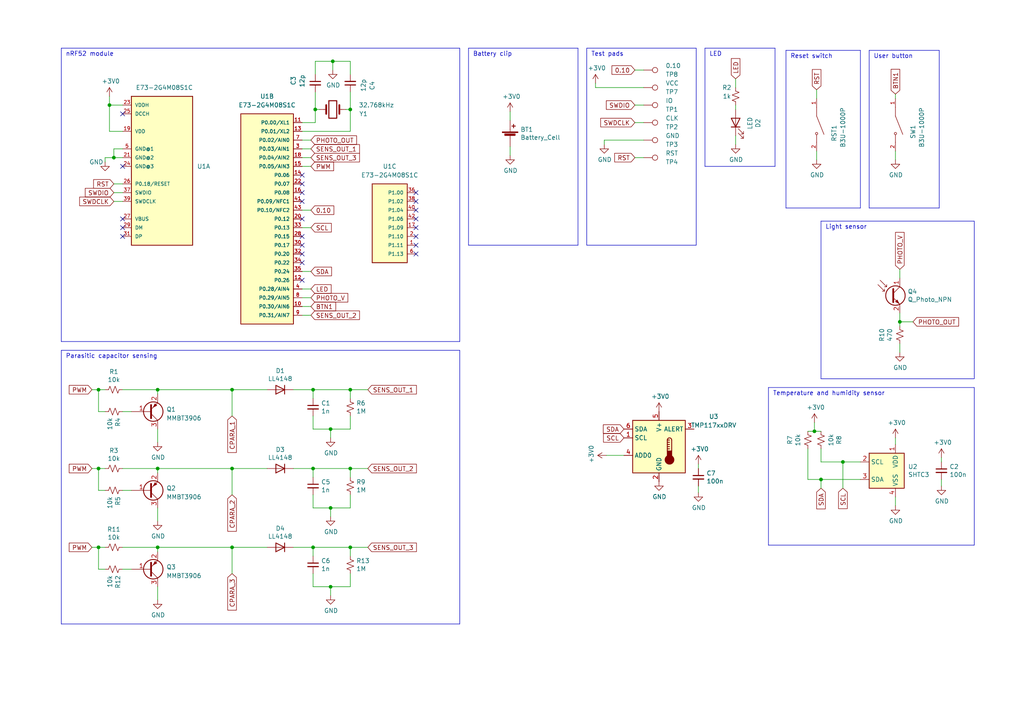
<source format=kicad_sch>
(kicad_sch (version 20230121) (generator eeschema)
  (paper "A4")
  (title_block (title "b-parasite") (date "2023-03-19") (rev "2.0.0") (comment 1 "rbaron.net"))
  (lib_symbols
    (symbol "B3U-1000P:B3U-1000P" (pin_names (offset 1.016) hide)
      (property "Reference" "S" (at -2.54 2.54 0))
      (property "Value" "B3U-1000P" (at -2.54 -2.54 0))
      (symbol "B3U-1000P_0_0"
        (polyline (pts (xy -2.54 0) (xy -5.08 0)) (stroke (width 0.1524)))
        (polyline (pts (xy -2.54 0) (xy 2.794 2.1336)) (stroke (width 0.1524)))
        (polyline (pts (xy 5.08 0) (xy 2.921 0)) (stroke (width 0.1524)))
        (circle (center 2.54 0) (radius 0.3302) (stroke (width 0.1524)))
        (pin passive line (at -7.62 0 0) (length 2.54) (name "~") (number "1"))
        (pin passive line (at 7.62 0 180) (length 2.54) (name "~") (number "2"))
      )
    )
    (symbol "Connector:TestPoint" (pin_numbers hide) (pin_names (offset 0.762) hide)
      (property "Reference" "TP" (at 0 6.858 0))
      (property "Value" "TestPoint" (at 0 5.08 0))
      (symbol "TestPoint_0_1"
        (circle (center 0 3.302) (radius 0.762))
      )
      (symbol "TestPoint_1_1"
        (pin passive line (at 0 0 90) (length 2.54) (name "1") (number "1"))
      )
    )
    (symbol "Device:Battery_Cell" (pin_numbers hide) (pin_names (offset 0) hide)
      (property "Reference" "BT" (at 2.54 2.54 0))
      (property "Value" "Battery_Cell" (at 2.54 0 0))
      (symbol "Battery_Cell_0_1"
        (rectangle (start -2.286 1.778) (end 2.286 1.524) (fill (type outline)))
        (rectangle (start -1.5748 1.1938) (end 1.4732 0.6858) (fill (type outline)))
        (polyline (pts (xy 0 0.762) (xy 0 0)))
        (polyline (pts (xy 0 1.778) (xy 0 2.54)))
        (polyline (pts (xy 0.508 3.429) (xy 1.524 3.429)) (stroke (width 0.254)))
        (polyline (pts (xy 1.016 3.937) (xy 1.016 2.921)) (stroke (width 0.254)))
      )
      (symbol "Battery_Cell_1_1"
        (pin passive line (at 0 5.08 270) (length 2.54) (name "+") (number "1"))
        (pin passive line (at 0 -2.54 90) (length 2.54) (name "-") (number "2"))
      )
    )
    (symbol "Device:C_Small" (pin_numbers hide) (pin_names (offset 0.254) hide)
      (property "Reference" "C" (at 0.254 1.778 0))
      (property "Value" "C_Small" (at 0.254 -2.032 0))
      (symbol "C_Small_0_1"
        (polyline (pts (xy -1.524 -0.508) (xy 1.524 -0.508)) (stroke (width 0.3302)))
        (polyline (pts (xy -1.524 0.508) (xy 1.524 0.508)) (stroke (width 0.3048)))
      )
      (symbol "C_Small_1_1"
        (pin passive line (at 0 2.54 270) (length 2.032) (name "~") (number "1"))
        (pin passive line (at 0 -2.54 90) (length 2.032) (name "~") (number "2"))
      )
    )
    (symbol "Device:Crystal" (pin_numbers hide) (pin_names (offset 1.016) hide)
      (property "Reference" "Y" (at 0 3.81 0))
      (property "Value" "Crystal" (at 0 -3.81 0))
      (symbol "Crystal_0_1"
        (rectangle (start -1.143 2.54) (end 1.143 -2.54) (stroke (width 0.3048)))
        (polyline (pts (xy -2.54 0) (xy -1.905 0)))
        (polyline (pts (xy -1.905 -1.27) (xy -1.905 1.27)) (stroke (width 0.508)))
        (polyline (pts (xy 1.905 -1.27) (xy 1.905 1.27)) (stroke (width 0.508)))
        (polyline (pts (xy 2.54 0) (xy 1.905 0)))
      )
      (symbol "Crystal_1_1"
        (pin passive line (at -3.81 0 0) (length 1.27) (name "1") (number "1"))
        (pin passive line (at 3.81 0 180) (length 1.27) (name "2") (number "2"))
      )
    )
    (symbol "Device:LED" (pin_numbers hide) (pin_names (offset 1.016) hide)
      (property "Reference" "D" (at 0 2.54 0))
      (property "Value" "LED" (at 0 -2.54 0))
      (symbol "LED_0_1"
        (polyline (pts (xy -1.27 -1.27) (xy -1.27 1.27)) (stroke (width 0.254)))
        (polyline (pts (xy -1.27 0) (xy 1.27 0)))
        (polyline (pts (xy 1.27 -1.27) (xy 1.27 1.27) (xy -1.27 0) (xy 1.27 -1.27)) (stroke (width 0.254)))
        (polyline (pts (xy -3.048 -0.762) (xy -4.572 -2.286) (xy -3.81 -2.286) (xy -4.572 -2.286) (xy -4.572 -1.524)))
        (polyline (pts (xy -1.778 -0.762) (xy -3.302 -2.286) (xy -2.54 -2.286) (xy -3.302 -2.286) (xy -3.302 -1.524)))
      )
      (symbol "LED_1_1"
        (pin passive line (at -3.81 0 0) (length 2.54) (name "K") (number "1"))
        (pin passive line (at 3.81 0 180) (length 2.54) (name "A") (number "2"))
      )
    )
    (symbol "Device:Q_Photo_NPN" (pin_names (offset 0) hide)
      (property "Reference" "Q" (at 5.08 1.27 0))
      (property "Value" "Q_Photo_NPN" (at 5.08 -1.27 0))
      (symbol "Q_Photo_NPN_0_1"
        (polyline (pts (xy -1.905 1.27) (xy -2.54 1.27)))
        (polyline (pts (xy -1.27 2.54) (xy -1.905 2.54)))
        (polyline (pts (xy 0.635 0.635) (xy 2.54 2.54)))
        (polyline (pts (xy -3.81 3.175) (xy -1.905 1.27) (xy -1.905 1.905)))
        (polyline (pts (xy -3.175 4.445) (xy -1.27 2.54) (xy -1.27 3.175)))
        (polyline (pts (xy 0.635 -0.635) (xy 2.54 -2.54) (xy 2.54 -2.54)))
        (polyline (pts (xy 0.635 1.905) (xy 0.635 -1.905) (xy 0.635 -1.905)) (stroke (width 0.508)))
        (polyline (pts (xy 1.27 -1.778) (xy 1.778 -1.27) (xy 2.286 -2.286) (xy 1.27 -1.778) (xy 1.27 -1.778)) (fill (type outline)))
        (circle (center 1.27 0) (radius 2.8194) (stroke (width 0.254)))
      )
      (symbol "Q_Photo_NPN_1_1"
        (pin passive line (at 2.54 5.08 270) (length 2.54) (name "C") (number "1"))
        (pin passive line (at 2.54 -5.08 90) (length 2.54) (name "E") (number "2"))
      )
    )
    (symbol "Device:R_Small_US" (pin_numbers hide) (pin_names (offset 0.254) hide)
      (property "Reference" "R" (at 0.762 0.508 0))
      (property "Value" "R_Small_US" (at 0.762 -1.016 0))
      (symbol "R_Small_US_1_1"
        (polyline (pts (xy 0 0) (xy 1.016 -0.381) (xy 0 -0.762) (xy -1.016 -1.143) (xy 0 -1.524)))
        (polyline (pts (xy 0 1.524) (xy 1.016 1.143) (xy 0 0.762) (xy -1.016 0.381) (xy 0 0)))
        (pin passive line (at 0 2.54 270) (length 1.016) (name "~") (number "1"))
        (pin passive line (at 0 -2.54 90) (length 1.016) (name "~") (number "2"))
      )
    )
    (symbol "Diode:LL4148" (pin_numbers hide) (pin_names (offset 1.016) hide)
      (property "Reference" "D" (at 0 2.54 0))
      (property "Value" "LL4148" (at 0 -2.54 0))
      (symbol "LL4148_0_1"
        (polyline (pts (xy -1.27 1.27) (xy -1.27 -1.27)) (stroke (width 0.254)))
        (polyline (pts (xy 1.27 0) (xy -1.27 0)))
        (polyline (pts (xy 1.27 1.27) (xy 1.27 -1.27) (xy -1.27 0) (xy 1.27 1.27)) (stroke (width 0.254)))
      )
      (symbol "LL4148_1_1"
        (pin passive line (at -3.81 0 0) (length 2.54) (name "K") (number "1"))
        (pin passive line (at 3.81 0 180) (length 2.54) (name "A") (number "2"))
      )
    )
    (symbol "E73:E73-2G4M08S1C" (pin_names (offset 1.016))
      (property "Reference" "U" (at -15.24 20.32 0))
      (property "Value" "E73-2G4M08S1C" (at -15.24 -25.4 0))
      (symbol "E73-2G4M08S1C_1_0"
        (rectangle (start -15.24 -22.86) (end 2.54 20.32) (stroke (width 0.254)) (fill (type background)))
        (pin bidirectional line (at -17.78 10.16 0) (length 2.54) (name "VDD") (number "19"))
        (pin bidirectional line (at -17.78 2.54 0) (length 2.54) (name "GND@2") (number "21"))
        (pin bidirectional line (at -17.78 17.78 0) (length 2.54) (name "VDDH") (number "23"))
        (pin bidirectional line (at -17.78 0 0) (length 2.54) (name "GND@3") (number "24"))
        (pin bidirectional line (at -17.78 15.24 0) (length 2.54) (name "DCCH") (number "25"))
        (pin bidirectional line (at -17.78 -5.08 0) (length 2.54) (name "P0.18/RESET") (number "26"))
        (pin bidirectional line (at -17.78 -15.24 0) (length 2.54) (name "VBUS") (number "27"))
        (pin bidirectional line (at -17.78 -17.78 0) (length 2.54) (name "DM") (number "29"))
        (pin bidirectional line (at -17.78 -20.32 0) (length 2.54) (name "DP") (number "31"))
        (pin bidirectional line (at -17.78 -7.62 0) (length 2.54) (name "SWDIO") (number "37"))
        (pin bidirectional line (at -17.78 -10.16 0) (length 2.54) (name "SWDCLK") (number "39"))
        (pin bidirectional line (at -17.78 5.08 0) (length 2.54) (name "GND@1") (number "5"))
      )
      (symbol "E73-2G4M08S1C_2_0"
        (rectangle (start -5.08 -30.48) (end 10.16 30.48) (stroke (width 0.254)) (fill (type background)))
        (pin bidirectional line (at 12.7 -25.4 180) (length 2.54) (name "P0.30/AIN6") (number "10"))
        (pin bidirectional line (at 12.7 27.94 180) (length 2.54) (name "P0.00/XL1") (number "11"))
        (pin bidirectional line (at 12.7 -17.78 180) (length 2.54) (name "P0.26") (number "12"))
        (pin bidirectional line (at 12.7 25.4 180) (length 2.54) (name "P0.01/XL2") (number "13"))
        (pin bidirectional line (at 12.7 12.7 180) (length 2.54) (name "P0.06") (number "14"))
        (pin bidirectional line (at 12.7 15.24 180) (length 2.54) (name "P0.05/AIN3") (number "15"))
        (pin bidirectional line (at 12.7 7.62 180) (length 2.54) (name "P0.08") (number "16"))
        (pin bidirectional line (at 12.7 17.78 180) (length 2.54) (name "P0.04/AIN2") (number "18"))
        (pin bidirectional line (at 12.7 0 180) (length 2.54) (name "P0.12") (number "20"))
        (pin bidirectional line (at 12.7 10.16 180) (length 2.54) (name "P0.07") (number "22"))
        (pin bidirectional line (at 12.7 -5.08 180) (length 2.54) (name "P0.15") (number "28"))
        (pin bidirectional line (at 12.7 20.32 180) (length 2.54) (name "P0.03/AIN1") (number "3"))
        (pin bidirectional line (at 12.7 -7.62 180) (length 2.54) (name "P0.17") (number "30"))
        (pin bidirectional line (at 12.7 -10.16 180) (length 2.54) (name "P0.20") (number "32"))
        (pin bidirectional line (at 12.7 -2.54 180) (length 2.54) (name "P0.13") (number "33"))
        (pin bidirectional line (at 12.7 -12.7 180) (length 2.54) (name "P0.22") (number "34"))
        (pin bidirectional line (at 12.7 -15.24 180) (length 2.54) (name "P0.24") (number "35"))
        (pin bidirectional line (at 12.7 -20.32 180) (length 2.54) (name "P0.28/AIN4") (number "4"))
        (pin bidirectional line (at 12.7 5.08 180) (length 2.54) (name "P0.09/NFC1") (number "41"))
        (pin bidirectional line (at 12.7 2.54 180) (length 2.54) (name "P0.10/NFC2") (number "43"))
        (pin bidirectional line (at 12.7 22.86 180) (length 2.54) (name "P0.02/AIN0") (number "7"))
        (pin bidirectional line (at 12.7 -22.86 180) (length 2.54) (name "P0.29/AIN5") (number "8"))
        (pin bidirectional line (at 12.7 -27.94 180) (length 2.54) (name "P0.31/AIN7") (number "9"))
      )
      (symbol "E73-2G4M08S1C_3_0"
        (rectangle (start -2.54 -12.7) (end 7.62 10.16) (stroke (width 0.254)) (fill (type background)))
        (pin bidirectional line (at 10.16 -7.62 180) (length 2.54) (name "P1.11") (number "1"))
        (pin bidirectional line (at 10.16 -2.54 180) (length 2.54) (name "P1.09") (number "17"))
        (pin bidirectional line (at 10.16 -5.08 180) (length 2.54) (name "P1.10") (number "2"))
        (pin bidirectional line (at 10.16 7.62 180) (length 2.54) (name "P1.00") (number "36"))
        (pin bidirectional line (at 10.16 5.08 180) (length 2.54) (name "P1.02") (number "38"))
        (pin bidirectional line (at 10.16 2.54 180) (length 2.54) (name "P1.04") (number "40"))
        (pin bidirectional line (at 10.16 0 180) (length 2.54) (name "P1.06") (number "42"))
        (pin bidirectional line (at 10.16 -10.16 180) (length 2.54) (name "P1.13") (number "6"))
      )
    )
    (symbol "Sensor_Humidity:SHTC3"
      (property "Reference" "U" (at -3.81 6.35 0))
      (property "Value" "SHTC3" (at -2.54 -6.35 0))
      (symbol "SHTC3_1_1"
        (rectangle (start -5.08 5.08) (end 5.08 -5.08) (stroke (width 0.254)) (fill (type background)))
        (pin power_in line (at 2.54 7.62 270) (length 2.54) (name "VDD") (number "1"))
        (pin input line (at -7.62 2.54 0) (length 2.54) (name "SCL") (number "2"))
        (pin bidirectional line (at -7.62 -2.54 0) (length 2.54) (name "SDA") (number "3"))
        (pin power_in line (at 2.54 -7.62 90) (length 2.54) (name "VSS") (number "4"))
        (pin no_connect line (at 5.08 0 180) (length 2.54) hide (name "NC") (number "5"))
      )
    )
    (symbol "Sensor_Temperature:TMP117xxDRV"
      (property "Reference" "U" (at -2.54 10.795 0))
      (property "Value" "TMP117xxDRV" (at -2.54 8.89 0))
      (symbol "TMP117xxDRV_0_1"
        (rectangle (start -7.62 7.62) (end 7.62 -7.62) (stroke (width 0.254)) (fill (type background)))
      )
      (symbol "TMP117xxDRV_1_1"
        (polyline (pts (xy 2.413 -0.635) (xy 3.048 -0.635)) (stroke (width 0.254)))
        (polyline (pts (xy 2.413 0) (xy 3.048 0)) (stroke (width 0.254)))
        (polyline (pts (xy 2.413 0.635) (xy 3.048 0.635)) (stroke (width 0.254)))
        (polyline (pts (xy 2.413 1.27) (xy 3.048 1.27)) (stroke (width 0.254)))
        (polyline (pts (xy 2.413 1.905) (xy 2.413 -1.27)) (stroke (width 0.254)))
        (polyline (pts (xy 2.413 1.905) (xy 3.048 1.905)) (stroke (width 0.254)))
        (polyline (pts (xy 3.683 1.905) (xy 3.683 -1.27)) (stroke (width 0.254)))
        (circle (center 3.048 -3.81) (radius 1.27) (stroke (width 0.254)) (fill (type outline)))
        (rectangle (start 3.683 -3.175) (end 2.413 -1.27) (stroke (width 0.254)) (fill (type outline)))
        (arc (start 3.683 1.905) (mid 3.048 2.5373) (end 2.413 1.905) (stroke (width 0.254)))
        (pin input line (at -10.16 2.54 0) (length 2.54) (name "SCL") (number "1"))
        (pin power_in line (at 0 -10.16 90) (length 2.54) (name "GND") (number "2"))
        (pin open_collector line (at 10.16 5.08 180) (length 2.54) (name "ALERT") (number "3"))
        (pin input line (at -10.16 -2.54 0) (length 2.54) (name "ADD0") (number "4"))
        (pin power_in line (at 0 10.16 270) (length 2.54) (name "V+") (number "5"))
        (pin bidirectional line (at -10.16 5.08 0) (length 2.54) (name "SDA") (number "6"))
      )
    )
    (symbol "Transistor_BJT:MMBT3906" (pin_names (offset 0) hide)
      (property "Reference" "Q" (at 5.08 1.905 0))
      (property "Value" "MMBT3906" (at 5.08 0 0))
      (symbol "MMBT3906_0_1"
        (polyline (pts (xy 0.635 0.635) (xy 2.54 2.54)))
        (polyline (pts (xy 0.635 -0.635) (xy 2.54 -2.54) (xy 2.54 -2.54)))
        (polyline (pts (xy 0.635 1.905) (xy 0.635 -1.905) (xy 0.635 -1.905)) (stroke (width 0.508)))
        (polyline (pts (xy 2.286 -1.778) (xy 1.778 -2.286) (xy 1.27 -1.27) (xy 2.286 -1.778) (xy 2.286 -1.778)) (fill (type outline)))
        (circle (center 1.27 0) (radius 2.8194) (stroke (width 0.254)))
      )
      (symbol "MMBT3906_1_1"
        (pin input line (at -5.08 0 0) (length 5.715) (name "B") (number "1"))
        (pin passive line (at 2.54 -5.08 90) (length 2.54) (name "E") (number "2"))
        (pin passive line (at 2.54 5.08 270) (length 2.54) (name "C") (number "3"))
      )
    )
    (symbol "power:+3V0" (power) (pin_names (offset 0))
      (property "Value" "+3V0" (at 0 3.556 0))
      (symbol "+3V0_0_1"
        (polyline (pts (xy -0.762 1.27) (xy 0 2.54)))
        (polyline (pts (xy 0 0) (xy 0 2.54)))
        (polyline (pts (xy 0 2.54) (xy 0.762 1.27)))
      )
      (symbol "+3V0_1_1"
        (pin power_in line (at 0 0 90) (length 0) hide (name "+3V0") (number "1"))
      )
    )
    (symbol "power:GND" (power) (pin_names (offset 0))
      (property "Value" "GND" (at 0 -3.81 0))
      (symbol "GND_0_1"
        (polyline (pts (xy 0 0) (xy 0 -1.27) (xy 1.27 -1.27) (xy 0 -2.54) (xy -1.27 -1.27) (xy 0 -1.27)))
      )
      (symbol "GND_1_1"
        (pin power_in line (at 0 0 270) (length 0) hide (name "GND") (number "1"))
      )
    )
  )
  (junction (at 101.6 113.03))
  (junction (at 101.6 135.89))
  (junction (at 67.31 135.89))
  (junction (at 45.72 158.75))
  (junction (at 28.575 135.89))
  (junction (at 101.6 31.75))
  (junction (at 28.575 158.75))
  (junction (at 101.6 158.75))
  (junction (at 28.575 113.03))
  (junction (at 33.02 45.72))
  (junction (at 260.985 93.345))
  (junction (at 95.885 147.32))
  (junction (at 91.44 31.75))
  (junction (at 96.52 17.78))
  (junction (at 90.805 113.03))
  (junction (at 67.31 158.75))
  (junction (at 31.75 30.48))
  (junction (at 45.72 135.89))
  (junction (at 236.22 125.095))
  (junction (at 90.805 158.75))
  (junction (at 95.885 124.46))
  (junction (at 238.125 139.065))
  (junction (at 95.885 170.18))
  (junction (at 45.72 113.03))
  (junction (at 67.31 113.03))
  (junction (at 244.475 133.985))
  (junction (at 90.805 135.89))
  (no_connect (at 120.65 73.66))
  (no_connect (at 35.56 48.26))
  (no_connect (at 35.56 63.5))
  (no_connect (at 35.56 66.04))
  (no_connect (at 35.56 68.58))
  (no_connect (at 35.56 33.02))
  (no_connect (at 87.63 63.5))
  (no_connect (at 87.63 50.8))
  (no_connect (at 87.63 55.88))
  (no_connect (at 87.63 58.42))
  (no_connect (at 87.63 53.34))
  (no_connect (at 87.63 71.12))
  (no_connect (at 87.63 76.2))
  (no_connect (at 87.63 81.28))
  (no_connect (at 87.63 73.66))
  (no_connect (at 87.63 68.58))
  (no_connect (at 120.65 58.42))
  (no_connect (at 120.65 60.96))
  (no_connect (at 120.65 63.5))
  (no_connect (at 120.65 55.88))
  (no_connect (at 120.65 68.58))
  (no_connect (at 120.65 71.12))
  (no_connect (at 120.65 66.04))
  (polyline (pts (xy 133.35 135.89) (xy 133.35 180.975)))
  (wire (pts (xy 35.56 158.75) (xy 45.72 158.75)))
  (wire (pts (xy 101.6 135.89) (xy 101.6 138.43)))
  (wire (pts (xy 259.715 127) (xy 259.715 128.905)))
  (polyline (pts (xy 282.575 64.135) (xy 238.125 64.135)))
  (wire (pts (xy 101.6 147.32) (xy 101.6 143.51)))
  (wire (pts (xy 90.805 166.37) (xy 90.805 170.18)))
  (polyline (pts (xy 17.78 101.6) (xy 17.78 135.89)))
  (wire (pts (xy 28.575 142.24) (xy 28.575 135.89)))
  (wire (pts (xy 28.575 135.89) (xy 30.48 135.89)))
  (polyline (pts (xy 282.575 158.115) (xy 222.885 158.115)))
  (wire (pts (xy 90.805 135.89) (xy 101.6 135.89)))
  (wire (pts (xy 238.125 130.175) (xy 238.125 133.985)))
  (wire (pts (xy 202.565 140.97) (xy 202.565 142.875)))
  (polyline (pts (xy 238.125 64.135) (xy 238.125 109.855)))
  (wire (pts (xy 30.48 46.99) (xy 30.48 45.72)))
  (wire (pts (xy 90.805 115.57) (xy 90.805 113.03)))
  (wire (pts (xy 175.895 132.08) (xy 180.975 132.08)))
  (wire (pts (xy 96.52 17.78) (xy 96.52 20.32)))
  (wire (pts (xy 260.985 93.345) (xy 260.985 94.615)))
  (wire (pts (xy 45.72 113.03) (xy 45.72 114.3)))
  (wire (pts (xy 260.985 78.105) (xy 260.985 80.645)))
  (wire (pts (xy 30.48 165.1) (xy 28.575 165.1)))
  (polyline (pts (xy 282.575 64.135) (xy 282.575 109.855)))
  (wire (pts (xy 85.09 113.03) (xy 90.805 113.03)))
  (wire (pts (xy 184.15 45.72) (xy 186.69 45.72)))
  (wire (pts (xy 35.56 142.24) (xy 38.1 142.24)))
  (polyline (pts (xy 204.47 48.26) (xy 224.79 48.26)))
  (wire (pts (xy 28.575 165.1) (xy 28.575 158.75)))
  (wire (pts (xy 101.6 158.75) (xy 101.6 161.29)))
  (polyline (pts (xy 135.89 13.97) (xy 135.89 71.12)))
  (polyline (pts (xy 227.965 14.605) (xy 227.965 60.325)))
  (polyline (pts (xy 17.78 99.06) (xy 17.78 13.97)))
  (wire (pts (xy 87.63 40.64) (xy 90.17 40.64)))
  (wire (pts (xy 260.985 93.345) (xy 264.795 93.345)))
  (wire (pts (xy 35.56 38.1) (xy 31.75 38.1)))
  (wire (pts (xy 90.805 143.51) (xy 90.805 147.32)))
  (wire (pts (xy 244.475 133.985) (xy 238.125 133.985)))
  (wire (pts (xy 90.805 161.29) (xy 90.805 158.75)))
  (wire (pts (xy 95.885 147.32) (xy 95.885 149.86)))
  (wire (pts (xy 31.75 30.48) (xy 31.75 38.1)))
  (wire (pts (xy 87.63 83.82) (xy 90.17 83.82)))
  (wire (pts (xy 45.72 158.75) (xy 45.72 160.02)))
  (wire (pts (xy 33.02 43.18) (xy 35.56 43.18)))
  (wire (pts (xy 67.31 158.75) (xy 77.47 158.75)))
  (wire (pts (xy 45.72 135.89) (xy 67.31 135.89)))
  (wire (pts (xy 259.715 27.305) (xy 259.715 28.575)))
  (wire (pts (xy 147.955 32.385) (xy 147.955 34.925)))
  (polyline (pts (xy 170.18 13.97) (xy 170.18 71.12)))
  (wire (pts (xy 33.02 58.42) (xy 35.56 58.42)))
  (wire (pts (xy 90.805 113.03) (xy 101.6 113.03)))
  (wire (pts (xy 101.6 170.18) (xy 101.6 166.37)))
  (wire (pts (xy 87.63 45.72) (xy 90.17 45.72)))
  (wire (pts (xy 184.15 30.48) (xy 186.69 30.48)))
  (polyline (pts (xy 282.575 112.395) (xy 282.575 158.115)))
  (wire (pts (xy 31.75 30.48) (xy 35.56 30.48)))
  (wire (pts (xy 87.63 91.44) (xy 90.17 91.44)))
  (wire (pts (xy 213.36 22.86) (xy 213.36 25.4)))
  (wire (pts (xy 67.31 158.75) (xy 67.31 166.37)))
  (wire (pts (xy 87.63 66.04) (xy 90.17 66.04)))
  (wire (pts (xy 238.125 139.065) (xy 238.125 141.605)))
  (wire (pts (xy 213.36 39.37) (xy 213.36 41.91)))
  (wire (pts (xy 33.02 45.72) (xy 33.02 43.18)))
  (polyline (pts (xy 167.64 13.97) (xy 135.89 13.97)))
  (wire (pts (xy 87.63 88.9) (xy 90.17 88.9)))
  (wire (pts (xy 236.855 43.815) (xy 236.855 46.355)))
  (wire (pts (xy 30.48 45.72) (xy 33.02 45.72)))
  (wire (pts (xy 213.36 30.48) (xy 213.36 31.75)))
  (wire (pts (xy 175.26 40.64) (xy 186.69 40.64)))
  (wire (pts (xy 28.575 119.38) (xy 28.575 113.03)))
  (polyline (pts (xy 222.885 112.395) (xy 222.885 158.115)))
  (wire (pts (xy 236.22 125.095) (xy 238.125 125.095)))
  (wire (pts (xy 91.44 21.59) (xy 91.44 17.78)))
  (polyline (pts (xy 224.79 13.97) (xy 204.47 13.97)))
  (polyline (pts (xy 204.47 13.97) (xy 204.47 48.26)))
  (wire (pts (xy 95.885 147.32) (xy 90.805 147.32)))
  (wire (pts (xy 101.6 31.75) (xy 101.6 38.1)))
  (polyline (pts (xy 167.64 71.12) (xy 167.64 13.97)))
  (wire (pts (xy 90.805 138.43) (xy 90.805 135.89)))
  (polyline (pts (xy 133.35 180.975) (xy 17.78 180.975)))
  (wire (pts (xy 67.31 113.03) (xy 67.31 120.65)))
  (wire (pts (xy 96.52 17.78) (xy 101.6 17.78)))
  (wire (pts (xy 101.6 113.03) (xy 101.6 115.57)))
  (wire (pts (xy 101.6 113.03) (xy 106.68 113.03)))
  (wire (pts (xy 45.72 147.32) (xy 45.72 151.13)))
  (wire (pts (xy 45.72 170.18) (xy 45.72 173.99)))
  (wire (pts (xy 87.63 86.36) (xy 90.17 86.36)))
  (wire (pts (xy 45.72 158.75) (xy 67.31 158.75)))
  (wire (pts (xy 91.44 31.75) (xy 92.71 31.75)))
  (wire (pts (xy 35.56 135.89) (xy 45.72 135.89)))
  (wire (pts (xy 67.31 113.03) (xy 77.47 113.03)))
  (wire (pts (xy 95.885 170.18) (xy 95.885 172.72)))
  (wire (pts (xy 184.15 20.32) (xy 186.69 20.32)))
  (polyline (pts (xy 17.78 180.975) (xy 17.78 135.89)))
  (polyline (pts (xy 133.35 101.6) (xy 102.87 101.6)))
  (wire (pts (xy 236.855 26.035) (xy 236.855 28.575)))
  (polyline (pts (xy 170.18 13.97) (xy 201.93 13.97)))
  (wire (pts (xy 28.575 158.75) (xy 30.48 158.75)))
  (wire (pts (xy 26.67 135.89) (xy 28.575 135.89)))
  (polyline (pts (xy 17.78 99.06) (xy 133.35 99.06)))
  (wire (pts (xy 236.22 125.095) (xy 236.22 122.555)))
  (wire (pts (xy 259.715 43.815) (xy 259.715 46.355)))
  (wire (pts (xy 87.63 43.18) (xy 90.17 43.18)))
  (wire (pts (xy 30.48 142.24) (xy 28.575 142.24)))
  (wire (pts (xy 87.63 78.74) (xy 90.17 78.74)))
  (wire (pts (xy 35.56 113.03) (xy 45.72 113.03)))
  (wire (pts (xy 35.56 165.1) (xy 38.1 165.1)))
  (wire (pts (xy 184.15 35.56) (xy 186.69 35.56)))
  (wire (pts (xy 101.6 158.75) (xy 106.68 158.75)))
  (wire (pts (xy 33.02 53.34) (xy 35.56 53.34)))
  (wire (pts (xy 28.575 113.03) (xy 30.48 113.03)))
  (wire (pts (xy 101.6 147.32) (xy 95.885 147.32)))
  (wire (pts (xy 95.885 124.46) (xy 95.885 127)))
  (wire (pts (xy 172.72 25.4) (xy 172.72 24.13)))
  (wire (pts (xy 91.44 35.56) (xy 91.44 31.75)))
  (polyline (pts (xy 282.575 112.395) (xy 222.885 112.395)))
  (wire (pts (xy 238.125 139.065) (xy 234.315 139.065)))
  (wire (pts (xy 87.63 48.26) (xy 90.17 48.26)))
  (polyline (pts (xy 227.965 14.605) (xy 249.555 14.605)))
  (wire (pts (xy 91.44 17.78) (xy 96.52 17.78)))
  (polyline (pts (xy 133.35 135.89) (xy 133.35 101.6)))
  (wire (pts (xy 45.72 124.46) (xy 45.72 128.27)))
  (polyline (pts (xy 272.415 60.325) (xy 272.415 14.605)))
  (wire (pts (xy 202.565 135.89) (xy 202.565 134.62)))
  (wire (pts (xy 90.805 120.65) (xy 90.805 124.46)))
  (wire (pts (xy 101.6 170.18) (xy 95.885 170.18)))
  (wire (pts (xy 33.02 45.72) (xy 35.56 45.72)))
  (wire (pts (xy 87.63 60.96) (xy 90.17 60.96)))
  (polyline (pts (xy 135.89 71.12) (xy 167.64 71.12)))
  (wire (pts (xy 67.31 135.89) (xy 67.31 143.51)))
  (polyline (pts (xy 133.35 13.97) (xy 133.35 99.06)))
  (wire (pts (xy 26.67 158.75) (xy 28.575 158.75)))
  (polyline (pts (xy 17.78 13.97) (xy 133.35 13.97)))
  (wire (pts (xy 260.985 90.805) (xy 260.985 93.345)))
  (wire (pts (xy 249.555 133.985) (xy 244.475 133.985)))
  (polyline (pts (xy 17.78 101.6) (xy 102.87 101.6)))
  (wire (pts (xy 260.985 99.695) (xy 260.985 102.235)))
  (wire (pts (xy 95.885 124.46) (xy 90.805 124.46)))
  (polyline (pts (xy 252.095 14.605) (xy 252.095 60.325)))
  (wire (pts (xy 87.63 35.56) (xy 91.44 35.56)))
  (wire (pts (xy 273.05 139.065) (xy 273.05 140.97)))
  (wire (pts (xy 26.67 113.03) (xy 28.575 113.03)))
  (polyline (pts (xy 249.555 60.325) (xy 227.965 60.325)))
  (polyline (pts (xy 238.125 109.855) (xy 282.575 109.855)))
  (wire (pts (xy 244.475 133.985) (xy 244.475 141.605)))
  (wire (pts (xy 101.6 124.46) (xy 95.885 124.46)))
  (wire (pts (xy 101.6 17.78) (xy 101.6 21.59)))
  (wire (pts (xy 35.56 119.38) (xy 38.1 119.38)))
  (wire (pts (xy 85.09 135.89) (xy 90.805 135.89)))
  (wire (pts (xy 100.33 31.75) (xy 101.6 31.75)))
  (wire (pts (xy 147.955 42.545) (xy 147.955 45.085)))
  (wire (pts (xy 101.6 26.67) (xy 101.6 31.75)))
  (wire (pts (xy 234.315 125.095) (xy 236.22 125.095)))
  (wire (pts (xy 85.09 158.75) (xy 90.805 158.75)))
  (wire (pts (xy 91.44 26.67) (xy 91.44 31.75)))
  (wire (pts (xy 30.48 119.38) (xy 28.575 119.38)))
  (polyline (pts (xy 252.095 60.325) (xy 272.415 60.325)))
  (wire (pts (xy 273.05 133.985) (xy 273.05 132.715)))
  (polyline (pts (xy 201.93 71.12) (xy 201.93 13.97)))
  (wire (pts (xy 234.315 130.175) (xy 234.315 139.065)))
  (wire (pts (xy 249.555 139.065) (xy 238.125 139.065)))
  (wire (pts (xy 95.885 170.18) (xy 90.805 170.18)))
  (wire (pts (xy 175.26 41.91) (xy 175.26 40.64)))
  (wire (pts (xy 172.72 25.4) (xy 186.69 25.4)))
  (wire (pts (xy 31.75 27.94) (xy 31.75 30.48)))
  (polyline (pts (xy 170.18 71.12) (xy 201.93 71.12)))
  (wire (pts (xy 101.6 124.46) (xy 101.6 120.65)))
  (polyline (pts (xy 224.79 13.97) (xy 224.79 48.26)))
  (wire (pts (xy 67.31 135.89) (xy 77.47 135.89)))
  (wire (pts (xy 87.63 38.1) (xy 101.6 38.1)))
  (polyline (pts (xy 249.555 14.605) (xy 249.555 60.325)))
  (wire (pts (xy 101.6 135.89) (xy 106.68 135.89)))
  (wire (pts (xy 45.72 135.89) (xy 45.72 137.16)))
  (wire (pts (xy 90.805 158.75) (xy 101.6 158.75)))
  (wire (pts (xy 33.02 55.88) (xy 35.56 55.88)))
  (polyline (pts (xy 252.095 14.605) (xy 272.415 14.605)))
  (wire (pts (xy 259.715 144.145) (xy 259.715 146.685)))
  (wire (pts (xy 45.72 113.03) (xy 67.31 113.03)))
  (text "Temperature and humidity sensor" (at 224.155 114.935 0) (effects (font (size 1.27 1.27)) (justify left bottom)))
  (text "LED" (at 205.74 16.51 0) (effects (font (size 1.27 1.27)) (justify left bottom)))
  (text "nRF52 module" (at 19.05 16.51 0) (effects (font (size 1.27 1.27)) (justify left bottom)))
  (text "Parasitic capacitor sensing" (at 19.05 104.14 0) (effects (font (size 1.27 1.27)) (justify left bottom)))
  (text "Test pads" (at 171.45 16.51 0) (effects (font (size 1.27 1.27)) (justify left bottom)))
  (text "Light sensor" (at 239.395 66.675 0) (effects (font (size 1.27 1.27)) (justify left bottom)))
  (text "Reset switch" (at 229.235 17.145 0) (effects (font (size 1.27 1.27)) (justify left bottom)))
  (text "User button" (at 253.365 17.145 0) (effects (font (size 1.27 1.27)) (justify left bottom)))
  (text "Battery clip" (at 137.16 16.51 0) (effects (font (size 1.27 1.27)) (justify left bottom)))
  (global_label "SWDIO" (shape input) (at 33.02 55.88 180) (property "Intersheetrefs" "${INTERSHEET_REFS}" (effects hide)))
  (global_label "0.10" (shape input) (at 184.15 20.32 180) (property "Intersheetrefs" "${INTERSHEET_REFS}" (effects hide)))
  (global_label "PWM" (shape input) (at 26.67 158.75 180) (property "Intersheetrefs" "${INTERSHEET_REFS}" (effects hide)))
  (global_label "CPARA_1" (shape input) (at 67.31 120.65 270) (property "Intersheetrefs" "${INTERSHEET_REFS}" (effects hide)))
  (global_label "SWDIO" (shape input) (at 184.15 30.48 180) (property "Intersheetrefs" "${INTERSHEET_REFS}" (effects hide)))
  (global_label "RST" (shape input) (at 236.855 26.035 90) (property "Intersheetrefs" "${INTERSHEET_REFS}" (effects hide)))
  (global_label "CPARA_2" (shape input) (at 67.31 143.51 270) (property "Intersheetrefs" "${INTERSHEET_REFS}" (effects hide)))
  (global_label "PHOTO_V" (shape input) (at 90.17 86.36 0) (property "Intersheetrefs" "${INTERSHEET_REFS}" (effects hide)))
  (global_label "LED" (shape input) (at 213.36 22.86 90) (property "Intersheetrefs" "${INTERSHEET_REFS}" (effects hide)))
  (global_label "PWM" (shape input) (at 26.67 135.89 180) (property "Intersheetrefs" "${INTERSHEET_REFS}" (effects hide)))
  (global_label "SCL" (shape input) (at 244.475 141.605 270) (property "Intersheetrefs" "${INTERSHEET_REFS}" (effects hide)))
  (global_label "0.10" (shape input) (at 90.17 60.96 0) (property "Intersheetrefs" "${INTERSHEET_REFS}" (effects hide)))
  (global_label "SENS_OUT_2" (shape input) (at 106.68 135.89 0) (property "Intersheetrefs" "${INTERSHEET_REFS}" (effects hide)))
  (global_label "SENS_OUT_3" (shape input) (at 90.17 45.72 0) (property "Intersheetrefs" "${INTERSHEET_REFS}" (effects hide)))
  (global_label "BTN1" (shape input) (at 259.715 27.305 90) (property "Intersheetrefs" "${INTERSHEET_REFS}" (effects hide)))
  (global_label "SCL" (shape input) (at 180.975 127 180) (property "Intersheetrefs" "${INTERSHEET_REFS}" (effects hide)))
  (global_label "SDA" (shape input) (at 180.975 124.46 180) (property "Intersheetrefs" "${INTERSHEET_REFS}" (effects hide)))
  (global_label "SENS_OUT_2" (shape input) (at 90.17 91.44 0) (property "Intersheetrefs" "${INTERSHEET_REFS}" (effects hide)))
  (global_label "PHOTO_OUT" (shape input) (at 264.795 93.345 0) (property "Intersheetrefs" "${INTERSHEET_REFS}" (effects hide)))
  (global_label "SENS_OUT_1" (shape input) (at 90.17 43.18 0) (property "Intersheetrefs" "${INTERSHEET_REFS}" (effects hide)))
  (global_label "SCL" (shape input) (at 90.17 66.04 0) (property "Intersheetrefs" "${INTERSHEET_REFS}" (effects hide)))
  (global_label "SWDCLK" (shape input) (at 33.02 58.42 180) (property "Intersheetrefs" "${INTERSHEET_REFS}" (effects hide)))
  (global_label "PHOTO_V" (shape input) (at 260.985 78.105 90) (property "Intersheetrefs" "${INTERSHEET_REFS}" (effects hide)))
  (global_label "LED" (shape input) (at 90.17 83.82 0) (property "Intersheetrefs" "${INTERSHEET_REFS}" (effects hide)))
  (global_label "CPARA_3" (shape input) (at 67.31 166.37 270) (property "Intersheetrefs" "${INTERSHEET_REFS}" (effects hide)))
  (global_label "SENS_OUT_1" (shape input) (at 106.68 113.03 0) (property "Intersheetrefs" "${INTERSHEET_REFS}" (effects hide)))
  (global_label "SDA" (shape input) (at 90.17 78.74 0) (property "Intersheetrefs" "${INTERSHEET_REFS}" (effects hide)))
  (global_label "BTN1" (shape input) (at 90.17 88.9 0) (property "Intersheetrefs" "${INTERSHEET_REFS}" (effects hide)))
  (global_label "PWM" (shape input) (at 26.67 113.03 180) (property "Intersheetrefs" "${INTERSHEET_REFS}" (effects hide)))
  (global_label "SDA" (shape input) (at 238.125 141.605 270) (property "Intersheetrefs" "${INTERSHEET_REFS}" (effects hide)))
  (global_label "SWDCLK" (shape input) (at 184.15 35.56 180) (property "Intersheetrefs" "${INTERSHEET_REFS}" (effects hide)))
  (global_label "PHOTO_OUT" (shape input) (at 90.17 40.64 0) (property "Intersheetrefs" "${INTERSHEET_REFS}" (effects hide)))
  (global_label "PWM" (shape input) (at 90.17 48.26 0) (property "Intersheetrefs" "${INTERSHEET_REFS}" (effects hide)))
  (global_label "RST" (shape input) (at 33.02 53.34 180) (property "Intersheetrefs" "${INTERSHEET_REFS}" (effects hide)))
  (global_label "SENS_OUT_3" (shape input) (at 106.68 158.75 0) (property "Intersheetrefs" "${INTERSHEET_REFS}" (effects hide)))
  (global_label "RST" (shape input) (at 184.15 45.72 180) (property "Intersheetrefs" "${INTERSHEET_REFS}" (effects hide)))
  (symbol (lib_id "Device:R_Small_US") (at 33.02 113.03 90) (unit 1)
    (property "Reference" "R1" (at 33.02 107.823 90))
    (property "Value" "10k" (at 33.02 110.1344 90))
    (property "Footprint" "Resistor_SMD:R_0402_1005Metric" (effects hide))
    (property "LCSC" "C25744" (effects hide))
  )
  (symbol (lib_id "Diode:LL4148") (at 81.28 113.03 180) (unit 1)
    (property "Reference" "D1" (at 81.28 107.5436 0))
    (property "Value" "LL4148" (at 81.28 109.855 0))
    (property "Footprint" "Diode_SMD:D_MiniMELF" (effects hide))
    (property "Datasheet" "http://www.vishay.com/docs/85557/ll4148.pdf" (effects hide))
    (property "LCSC" "C9808" (effects hide))
  )
  (symbol (lib_id "Device:C_Small") (at 90.805 118.11 0) (unit 1)
    (property "Reference" "C1" (at 93.1418 116.9416 0) (effects (justify left)))
    (property "Value" "1n" (at 93.1418 119.253 0) (effects (justify left)))
    (property "Footprint" "Capacitor_SMD:C_0402_1005Metric" (effects hide))
    (property "LCSC" "C1523" (effects hide))
  )
  (symbol (lib_id "Device:R_Small_US") (at 101.6 118.11 0) (unit 1)
    (property "Reference" "R6" (at 103.3272 116.9416 0) (effects (justify left)))
    (property "Value" "1M" (at 103.3272 119.253 0) (effects (justify left)))
    (property "Footprint" "Resistor_SMD:R_0402_1005Metric" (effects hide))
    (property "LCSC" "C26083" (effects hide))
  )
  (symbol (lib_id "power:GND") (at 95.885 127 0) (unit 1)
    (property "Reference" "#PWR0111" (effects hide))
    (property "Value" "GND" (at 96.012 131.3942 0))
  )
  (symbol (lib_id "Device:R_Small_US") (at 33.02 119.38 270) (unit 1)
    (property "Reference" "R4" (at 34.1884 121.1072 0) (effects (justify left)))
    (property "Value" "10k" (at 31.877 121.1072 0) (effects (justify left)))
    (property "Footprint" "Resistor_SMD:R_0402_1005Metric" (effects hide))
    (property "LCSC" "C25744" (effects hide))
  )
  (symbol (lib_id "power:GND") (at 45.72 128.27 0) (unit 1)
    (property "Reference" "#PWR0114" (effects hide))
    (property "Value" "GND" (at 45.847 132.6642 0))
  )
  (symbol (lib_id "power:+3V0") (at 273.05 132.715 0) (unit 1)
    (property "Reference" "#PWR0106" (effects hide))
    (property "Value" "+3V0" (at 273.431 128.3208 0))
  )
  (symbol (lib_id "power:GND") (at 259.715 146.685 0) (unit 1)
    (property "Reference" "#PWR0107" (effects hide))
    (property "Value" "GND" (at 259.842 151.0792 0))
  )
  (symbol (lib_id "Device:C_Small") (at 273.05 136.525 0) (unit 1)
    (property "Reference" "C2" (at 275.3868 135.3566 0) (effects (justify left)))
    (property "Value" "100n" (at 275.3868 137.668 0) (effects (justify left)))
    (property "Footprint" "Capacitor_SMD:C_0402_1005Metric" (effects hide))
    (property "LCSC" "C1525" (effects hide))
  )
  (symbol (lib_id "power:GND") (at 273.05 140.97 0) (unit 1)
    (property "Reference" "#PWR0109" (effects hide))
    (property "Value" "GND" (at 273.177 145.3642 0))
  )
  (symbol (lib_id "Device:R_Small_US") (at 238.125 127.635 0) (unit 1)
    (property "Reference" "R8" (at 243.332 127.635 90))
    (property "Value" "10k" (at 241.0206 127.635 90))
    (property "Footprint" "Resistor_SMD:R_0402_1005Metric" (effects hide))
    (property "LCSC" "C25744" (effects hide))
  )
  (symbol (lib_id "Device:R_Small_US") (at 234.315 127.635 180) (unit 1)
    (property "Reference" "R7" (at 229.108 127.635 90))
    (property "Value" "10k" (at 231.4194 127.635 90))
    (property "Footprint" "Resistor_SMD:R_0402_1005Metric" (effects hide))
    (property "LCSC" "C25744" (effects hide))
  )
  (symbol (lib_id "power:+3V0") (at 236.22 122.555 0) (unit 1)
    (property "Reference" "#PWR0112" (effects hide))
    (property "Value" "+3V0" (at 236.601 118.1608 0))
  )
  (symbol (lib_id "Device:R_Small_US") (at 213.36 27.94 180) (unit 1)
    (property "Reference" "R2" (at 210.82 25.4 0))
    (property "Value" "1k" (at 210.82 27.94 0))
    (property "Footprint" "Resistor_SMD:R_0402_1005Metric" (effects hide))
    (property "LCSC" "C11702" (effects hide))
  )
  (symbol (lib_id "Device:LED") (at 213.36 35.56 90) (unit 1)
    (property "Reference" "D2" (at 219.837 35.7378 0))
    (property "Value" "LED" (at 217.5256 35.7378 0))
    (property "Footprint" "LED_SMD:LED_0603_1608Metric" (effects hide))
    (property "LCSC" "C2286" (effects hide))
  )
  (symbol (lib_id "power:GND") (at 213.36 41.91 0) (unit 1)
    (property "Reference" "#PWR0103" (effects hide))
    (property "Value" "GND" (at 213.487 46.3042 0))
  )
  (symbol (lib_id "Device:Battery_Cell") (at 147.955 40.005 0) (unit 1)
    (property "Reference" "BT1" (at 150.9522 37.5666 0) (effects (justify left)))
    (property "Value" "Battery_Cell" (at 150.9522 39.878 0) (effects (justify left)))
    (property "Footprint" "kicad:BatteryHolder_Keystone_3002_1x2032" (effects hide))
  )
  (symbol (lib_id "power:GND") (at 147.955 45.085 0) (unit 1)
    (property "Reference" "#PWR0104" (effects hide))
    (property "Value" "GND" (at 148.082 49.4792 0))
  )
  (symbol (lib_id "power:+3V0") (at 147.955 32.385 0) (unit 1)
    (property "Reference" "#PWR0105" (effects hide))
    (property "Value" "+3V0" (at 148.336 27.9908 0))
  )
  (symbol (lib_id "Sensor_Humidity:SHTC3") (at 257.175 136.525 0) (unit 1)
    (property "Reference" "U2" (at 263.3726 135.3566 0) (effects (justify left)))
    (property "Value" "SHTC3" (at 263.3726 137.668 0) (effects (justify left)))
    (property "Footprint" "kicad:Sensirion_DFN-4-1EP_2x2mm_P1mm_EP0.7x1.6mm" (effects hide))
    (property "Datasheet" "https://www.sensirion.com/fileadmin/user_upload/customers/sensirion/Dokumente/0_Datasheets/Humidity/Sensirion_Humidity_Sensors_SHTC3_Datasheet.pdf" (effects hide))
    (property "LCSC" "C194656" (effects hide))
  )
  (symbol (lib_id "power:+3V0") (at 259.715 127 0) (unit 1)
    (property "Reference" "#PWR0117" (effects hide))
    (property "Value" "+3V0" (at 260.096 122.6058 0))
  )
  (symbol (lib_id "Device:R_Small_US") (at 260.985 97.155 180) (unit 1)
    (property "Reference" "R10" (at 255.778 97.155 90))
    (property "Value" "470" (at 258.0894 97.155 90))
    (property "Footprint" "Resistor_SMD:R_0402_1005Metric" (effects hide))
    (property "LCSC" "C25117" (effects hide))
  )
  (symbol (lib_id "power:GND") (at 260.985 102.235 0) (unit 1)
    (property "Reference" "#PWR0119" (effects hide))
    (property "Value" "GND" (at 261.112 106.6292 0))
  )
  (symbol (lib_id "Device:Q_Photo_NPN") (at 258.445 85.725 0) (unit 1)
    (property "Reference" "Q4" (at 263.271 84.5566 0) (effects (justify left)))
    (property "Value" "Q_Photo_NPN" (at 263.271 86.868 0) (effects (justify left)))
    (property "Footprint" "snapeda:TR8" (effects hide))
    (property "Datasheet" "https://datasheet.lcsc.com/lcsc/1806131537_Everlight-Elec-ALS-PT19-315C-L177-TR8_C146233.pdf" (effects hide))
    (property "LCSC" "C146233" (effects hide))
  )
  (symbol (lib_id "Transistor_BJT:MMBT3906") (at 43.18 142.24 0) (mirror x) (unit 1)
    (property "Reference" "Q2" (at 48.26 141.605 0) (effects (justify left)))
    (property "Value" "MMBT3906" (at 48.26 144.145 0) (effects (justify left)))
    (property "Footprint" "Package_TO_SOT_SMD:SOT-23" (effects hide))
    (property "Datasheet" "https://www.onsemi.com/pub/Collateral/2N3906-D.PDF" (effects hide))
    (property "LCSC" "C2910191" (effects hide))
  )
  (symbol (lib_id "Device:C_Small") (at 91.44 24.13 0) (unit 1)
    (property "Reference" "C3" (at 85.09 24.765 90) (effects (justify left)))
    (property "Value" "12p" (at 87.63 25.4 90) (effects (justify left)))
    (property "Footprint" "Capacitor_SMD:C_0402_1005Metric" (effects hide))
    (property "LCSC" "C1547" (effects hide))
  )
  (symbol (lib_id "Device:R_Small_US") (at 33.02 142.24 270) (unit 1)
    (property "Reference" "R5" (at 34.1884 143.9672 0) (effects (justify left)))
    (property "Value" "10k" (at 31.877 143.9672 0) (effects (justify left)))
    (property "Footprint" "Resistor_SMD:R_0402_1005Metric" (effects hide))
    (property "LCSC" "C25744" (effects hide))
  )
  (symbol (lib_id "Device:R_Small_US") (at 101.6 140.97 0) (unit 1)
    (property "Reference" "R9" (at 103.3272 139.8016 0) (effects (justify left)))
    (property "Value" "1M" (at 103.3272 142.113 0) (effects (justify left)))
    (property "Footprint" "Resistor_SMD:R_0402_1005Metric" (effects hide))
    (property "LCSC" "C26083" (effects hide))
  )
  (symbol (lib_id "Device:C_Small") (at 90.805 163.83 0) (unit 1)
    (property "Reference" "C6" (at 93.1418 162.6616 0) (effects (justify left)))
    (property "Value" "1n" (at 93.1418 164.973 0) (effects (justify left)))
    (property "Footprint" "Capacitor_SMD:C_0402_1005Metric" (effects hide))
    (property "LCSC" "C1523" (effects hide))
  )
  (symbol (lib_id "power:GND") (at 175.26 41.91 0) (unit 1)
    (property "Reference" "#PWR0108" (effects hide))
    (property "Value" "GND" (at 175.387 46.3042 0))
  )
  (symbol (lib_id "power:GND") (at 45.72 151.13 0) (unit 1)
    (property "Reference" "#PWR02" (effects hide))
    (property "Value" "GND" (at 45.847 155.5242 0))
  )
  (symbol (lib_id "Connector:TestPoint") (at 186.69 25.4 270) (unit 1) (in_bom no)
    (property "Reference" "TP7" (at 193.04 26.67 90) (effects (justify left)))
    (property "Value" "VCC" (at 193.04 24.13 90) (effects (justify left)))
    (property "Footprint" "TestPoint:TestPoint_Pad_D1.0mm" (effects hide))
  )
  (symbol (lib_id "power:GND") (at 236.855 46.355 0) (unit 1)
    (property "Reference" "#PWR0102" (effects hide))
    (property "Value" "GND" (at 236.982 50.7492 0))
  )
  (symbol (lib_id "Device:C_Small") (at 101.6 24.13 180) (unit 1)
    (property "Reference" "C4" (at 107.95 23.495 90) (effects (justify left)))
    (property "Value" "12p" (at 105.41 22.86 90) (effects (justify left)))
    (property "Footprint" "Capacitor_SMD:C_0402_1005Metric" (effects hide))
    (property "LCSC" "C1547" (effects hide))
  )
  (symbol (lib_id "Transistor_BJT:MMBT3906") (at 43.18 165.1 0) (mirror x) (unit 1)
    (property "Reference" "Q3" (at 48.26 164.465 0) (effects (justify left)))
    (property "Value" "MMBT3906" (at 48.26 167.005 0) (effects (justify left)))
    (property "Footprint" "Package_TO_SOT_SMD:SOT-23" (effects hide))
    (property "Datasheet" "https://www.onsemi.com/pub/Collateral/2N3906-D.PDF" (effects hide))
    (property "LCSC" "C2910191" (effects hide))
  )
  (symbol (lib_id "Device:C_Small") (at 202.565 138.43 0) (unit 1)
    (property "Reference" "C7" (at 204.9018 137.2616 0) (effects (justify left)))
    (property "Value" "100n" (at 204.9018 139.573 0) (effects (justify left)))
    (property "Footprint" "Capacitor_SMD:C_0402_1005Metric" (effects hide))
    (property "LCSC" "C1525" (effects hide))
  )
  (symbol (lib_id "power:+3V0") (at 31.75 27.94 0) (unit 1)
    (property "Reference" "#PWR0113" (effects hide))
    (property "Value" "+3V0" (at 32.131 23.5458 0))
  )
  (symbol (lib_id "power:GND") (at 95.885 149.86 0) (unit 1)
    (property "Reference" "#PWR03" (effects hide))
    (property "Value" "GND" (at 96.012 154.2542 0))
  )
  (symbol (lib_id "Device:R_Small_US") (at 101.6 163.83 0) (unit 1)
    (property "Reference" "R13" (at 103.3272 162.6616 0) (effects (justify left)))
    (property "Value" "1M" (at 103.3272 164.973 0) (effects (justify left)))
    (property "Footprint" "Resistor_SMD:R_0402_1005Metric" (effects hide))
    (property "LCSC" "C26083" (effects hide))
  )
  (symbol (lib_id "Connector:TestPoint") (at 186.69 35.56 270) (unit 1) (in_bom no)
    (property "Reference" "TP2" (at 193.04 36.83 90) (effects (justify left)))
    (property "Value" "CLK" (at 193.04 34.29 90) (effects (justify left)))
    (property "Footprint" "TestPoint:TestPoint_Pad_D1.0mm" (effects hide))
  )
  (symbol (lib_id "power:GND") (at 30.48 46.99 0) (unit 1)
    (property "Reference" "#PWR0115" (effects hide))
    (property "Value" "GND" (at 27.94 46.99 0))
  )
  (symbol (lib_id "Transistor_BJT:MMBT3906") (at 43.18 119.38 0) (mirror x) (unit 1)
    (property "Reference" "Q1" (at 48.26 118.745 0) (effects (justify left)))
    (property "Value" "MMBT3906" (at 48.26 121.285 0) (effects (justify left)))
    (property "Footprint" "Package_TO_SOT_SMD:SOT-23" (effects hide))
    (property "Datasheet" "https://www.onsemi.com/pub/Collateral/2N3906-D.PDF" (effects hide))
    (property "LCSC" "C2910191" (effects hide))
  )
  (symbol (lib_id "power:+3V0") (at 202.565 134.62 0) (unit 1)
    (property "Reference" "#PWR08" (effects hide))
    (property "Value" "+3V0" (at 202.946 130.2258 0))
  )
  (symbol (lib_id "Sensor_Temperature:TMP117xxDRV") (at 191.135 129.54 0) (unit 1)
    (property "Reference" "U3" (at 207.01 120.8121 0))
    (property "Value" "TMP117xxDRV" (at 207.01 123.3521 0))
    (property "Footprint" "Package_SON:WSON-6-1EP_2x2mm_P0.65mm_EP1x1.6mm" (effects hide))
    (property "Datasheet" "https://www.ti.com/lit/ds/symlink/tmp117.pdf" (effects hide))
    (property "LCSC" "C2803242" (effects hide))
  )
  (symbol (lib_id "Connector:TestPoint") (at 186.69 20.32 270) (unit 1) (in_bom no)
    (property "Reference" "TP8" (at 193.04 21.59 90) (effects (justify left)))
    (property "Value" "0.10" (at 193.04 19.05 90) (effects (justify left)))
    (property "Footprint" "TestPoint:TestPoint_Pad_D1.0mm" (effects hide))
  )
  (symbol (lib_id "power:GND") (at 191.135 139.7 0) (unit 1)
    (property "Reference" "#PWR07" (effects hide))
    (property "Value" "GND" (at 191.262 144.0942 0))
  )
  (symbol (lib_id "Device:R_Small_US") (at 33.02 165.1 270) (unit 1)
    (property "Reference" "R12" (at 34.1884 166.8272 0) (effects (justify left)))
    (property "Value" "10k" (at 31.877 166.8272 0) (effects (justify left)))
    (property "Footprint" "Resistor_SMD:R_0402_1005Metric" (effects hide))
    (property "LCSC" "C25744" (effects hide))
  )
  (symbol (lib_id "Connector:TestPoint") (at 186.69 45.72 270) (unit 1) (in_bom no)
    (property "Reference" "TP4" (at 193.04 46.99 90) (effects (justify left)))
    (property "Value" "RST" (at 193.04 44.45 90) (effects (justify left)))
    (property "Footprint" "TestPoint:TestPoint_Pad_D1.0mm" (effects hide))
  )
  (symbol (lib_id "power:GND") (at 95.885 172.72 0) (unit 1)
    (property "Reference" "#PWR05" (effects hide))
    (property "Value" "GND" (at 96.012 177.1142 0))
  )
  (symbol (lib_id "power:+3V0") (at 191.135 119.38 0) (unit 1)
    (property "Reference" "#PWR06" (effects hide))
    (property "Value" "+3V0" (at 191.516 114.9858 0))
  )
  (symbol (lib_id "E73:E73-2G4M08S1C") (at 110.49 63.5 0) (unit 3)
    (property "Reference" "U1" (at 113.03 48.26 0))
    (property "Value" "E73-2G4M08S1C" (at 113.03 50.8 0))
    (property "Footprint" "snapeda:E73-2G4M08S1C" (effects hide))
  )
  (symbol (lib_id "power:+3V0") (at 175.895 132.08 90) (unit 1)
    (property "Reference" "#PWR010" (effects hide))
    (property "Value" "+3V0" (at 171.5008 131.699 0))
  )
  (symbol (lib_id "power:+3V0") (at 172.72 24.13 0) (unit 1)
    (property "Reference" "#PWR01" (effects hide))
    (property "Value" "+3V0" (at 173.101 19.7358 0))
  )
  (symbol (lib_id "E73:E73-2G4M08S1C") (at 53.34 48.26 0) (unit 1)
    (property "Reference" "U1" (at 57.15 48.2599 0) (effects (justify left)))
    (property "Value" "E73-2G4M08S1C" (at 39.37 25.4 0) (effects (justify left)))
    (property "Footprint" "snapeda:E73-2G4M08S1C" (effects hide))
  )
  (symbol (lib_id "Connector:TestPoint") (at 186.69 30.48 270) (unit 1) (in_bom no)
    (property "Reference" "TP1" (at 193.04 31.75 90) (effects (justify left)))
    (property "Value" "IO" (at 193.04 29.21 90) (effects (justify left)))
    (property "Footprint" "TestPoint:TestPoint_Pad_D1.0mm" (effects hide))
  )
  (symbol (lib_id "E73:E73-2G4M08S1C") (at 74.93 63.5 0) (unit 2)
    (property "Reference" "U1" (at 77.47 27.94 0))
    (property "Value" "E73-2G4M08S1C" (at 77.47 30.48 0))
    (property "Footprint" "snapeda:E73-2G4M08S1C" (effects hide))
    (property "LCSC" "C356849" (effects hide))
  )
  (symbol (lib_id "power:GND") (at 96.52 20.32 0) (unit 1)
    (property "Reference" "#PWR0110" (effects hide))
    (property "Value" "GND" (at 96.647 24.7142 0))
  )
  (symbol (lib_id "power:GND") (at 45.72 173.99 0) (unit 1)
    (property "Reference" "#PWR04" (effects hide))
    (property "Value" "GND" (at 45.847 178.3842 0))
  )
  (symbol (lib_id "Diode:LL4148") (at 81.28 135.89 180) (unit 1)
    (property "Reference" "D3" (at 81.28 130.4036 0))
    (property "Value" "LL4148" (at 81.28 132.715 0))
    (property "Footprint" "Diode_SMD:D_MiniMELF" (effects hide))
    (property "Datasheet" "http://www.vishay.com/docs/85557/ll4148.pdf" (effects hide))
    (property "LCSC" "C9808" (effects hide))
  )
  (symbol (lib_id "Connector:TestPoint") (at 186.69 40.64 270) (unit 1) (in_bom no)
    (property "Reference" "TP3" (at 193.04 41.91 90) (effects (justify left)))
    (property "Value" "GND" (at 193.04 39.37 90) (effects (justify left)))
    (property "Footprint" "TestPoint:TestPoint_Pad_D1.0mm" (effects hide))
  )
  (symbol (lib_id "power:GND") (at 259.715 46.355 0) (unit 1)
    (property "Reference" "#PWR0101" (effects hide))
    (property "Value" "GND" (at 259.842 50.7492 0))
  )
  (symbol (lib_id "Device:R_Small_US") (at 33.02 135.89 90) (unit 1)
    (property "Reference" "R3" (at 33.02 130.683 90))
    (property "Value" "10k" (at 33.02 132.9944 90))
    (property "Footprint" "Resistor_SMD:R_0402_1005Metric" (effects hide))
    (property "LCSC" "C25744" (effects hide))
  )
  (symbol (lib_id "Device:Crystal") (at 96.52 31.75 180) (unit 1)
    (property "Reference" "Y1" (at 106.68 33.02 0) (effects (justify left)))
    (property "Value" "32.768kHz" (at 114.3 30.48 0) (effects (justify left)))
    (property "Footprint" "Crystal:Crystal_SMD_3215-2Pin_3.2x1.5mm" (effects hide))
    (property "LCSC" "C32346" (effects hide))
  )
  (symbol (lib_id "B3U-1000P:B3U-1000P") (at 259.715 36.195 270) (unit 1)
    (property "Reference" "SW1" (at 264.795 36.195 0) (effects (justify left)))
    (property "Value" "B3U-1000P" (at 267.335 31.115 0) (effects (justify left)))
    (property "Footprint" "snapeda:SW_B3U-1000P" (effects hide))
    (property "PACKAGE" "None" (effects hide))
    (property "MP" "B3U-1000P" (effects hide))
    (property "MF" "Omron" (effects hide))
    (property "AVAILABILITY" "Unavailable" (effects hide))
    (property "DESCRIPTION" "Tactile Switch SPST-NO Top Actuated Surface Mount" (effects hide))
    (property "PRICE" "None" (effects hide))
    (property "LCSC" "C231329" (effects hide))
  )
  (symbol (lib_id "B3U-1000P:B3U-1000P") (at 236.855 36.195 270) (unit 1)
    (property "Reference" "RST1" (at 241.935 36.195 0) (effects (justify left)))
    (property "Value" "B3U-1000P" (at 244.475 31.115 0) (effects (justify left)))
    (property "Footprint" "snapeda:SW_B3U-1000P" (effects hide))
    (property "PACKAGE" "None" (effects hide))
    (property "MP" "B3U-1000P" (effects hide))
    (property "MF" "Omron" (effects hide))
    (property "AVAILABILITY" "Unavailable" (effects hide))
    (property "DESCRIPTION" "Tactile Switch SPST-NO Top Actuated Surface Mount" (effects hide))
    (property "PRICE" "None" (effects hide))
    (property "LCSC" "C231329" (effects hide))
  )
  (symbol (lib_id "Device:C_Small") (at 90.805 140.97 0) (unit 1)
    (property "Reference" "C5" (at 93.1418 139.8016 0) (effects (justify left)))
    (property "Value" "1n" (at 93.1418 142.113 0) (effects (justify left)))
    (property "Footprint" "Capacitor_SMD:C_0402_1005Metric" (effects hide))
    (property "LCSC" "C1523" (effects hide))
  )
  (symbol (lib_id "Diode:LL4148") (at 81.28 158.75 180) (unit 1)
    (property "Reference" "D4" (at 81.28 153.2636 0))
    (property "Value" "LL4148" (at 81.28 155.575 0))
    (property "Footprint" "Diode_SMD:D_MiniMELF" (effects hide))
    (property "Datasheet" "http://www.vishay.com/docs/85557/ll4148.pdf" (effects hide))
    (property "LCSC" "C9808" (effects hide))
  )
  (symbol (lib_id "power:GND") (at 202.565 142.875 0) (unit 1)
    (property "Reference" "#PWR09" (effects hide))
    (property "Value" "GND" (at 202.692 147.2692 0))
  )
  (symbol (lib_id "Device:R_Small_US") (at 33.02 158.75 90) (unit 1)
    (property "Reference" "R11" (at 33.02 153.543 90))
    (property "Value" "10k" (at 33.02 155.8544 90))
    (property "Footprint" "Resistor_SMD:R_0402_1005Metric" (effects hide))
    (property "LCSC" "C25744" (effects hide))
  )
)
</source>
